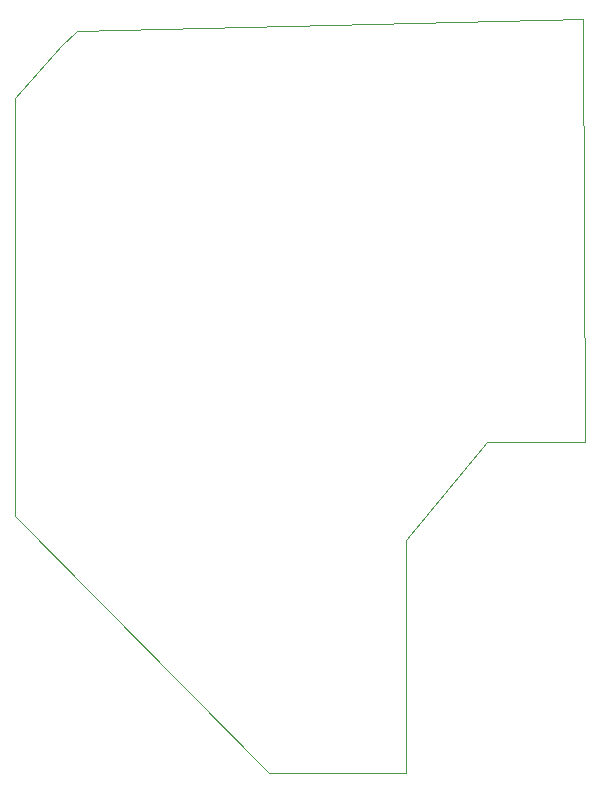
<source format=gm1>
%TF.GenerationSoftware,KiCad,Pcbnew,7.0.10*%
%TF.CreationDate,2024-01-30T14:45:37-06:00*%
%TF.ProjectId,logic_gates,6c6f6769-635f-4676-9174-65732e6b6963,rev?*%
%TF.SameCoordinates,Original*%
%TF.FileFunction,Profile,NP*%
%FSLAX46Y46*%
G04 Gerber Fmt 4.6, Leading zero omitted, Abs format (unit mm)*
G04 Created by KiCad (PCBNEW 7.0.10) date 2024-01-30 14:45:37*
%MOMM*%
%LPD*%
G01*
G04 APERTURE LIST*
%TA.AperFunction,Profile*%
%ADD10C,0.100000*%
%TD*%
G04 APERTURE END LIST*
D10*
X162500000Y-98500000D02*
X154200000Y-98500000D01*
X147300000Y-106800000D01*
X147300000Y-126500000D01*
X135700000Y-126500000D01*
X114200000Y-104800000D01*
X114200000Y-69400000D01*
X118100000Y-65000000D01*
X119500000Y-63700000D01*
X162300000Y-62700000D01*
X162500000Y-98500000D01*
M02*

</source>
